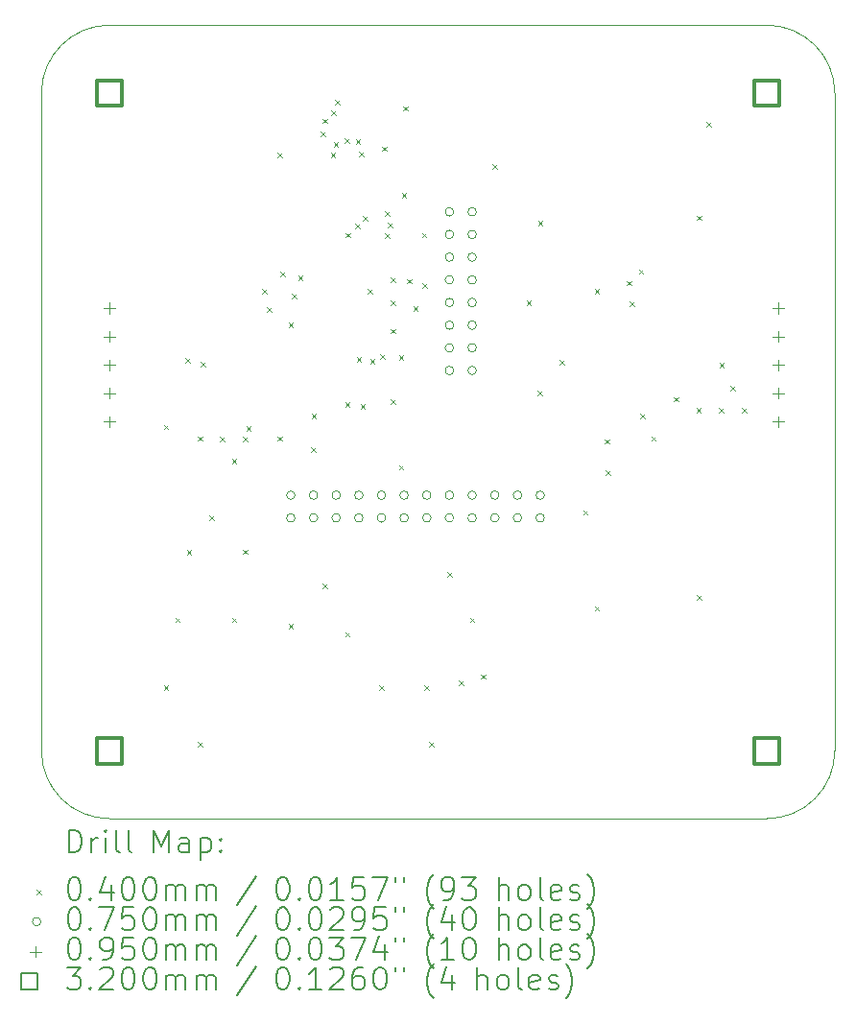
<source format=gbr>
%TF.GenerationSoftware,KiCad,Pcbnew,(7.0.0)*%
%TF.CreationDate,2024-02-13T04:28:20-03:00*%
%TF.ProjectId,pcb_peau_v1,7063625f-7065-4617-955f-76312e6b6963,rev?*%
%TF.SameCoordinates,Original*%
%TF.FileFunction,Drillmap*%
%TF.FilePolarity,Positive*%
%FSLAX45Y45*%
G04 Gerber Fmt 4.5, Leading zero omitted, Abs format (unit mm)*
G04 Created by KiCad (PCBNEW (7.0.0)) date 2024-02-13 04:28:20*
%MOMM*%
%LPD*%
G01*
G04 APERTURE LIST*
%ADD10C,0.100000*%
%ADD11C,0.200000*%
%ADD12C,0.040000*%
%ADD13C,0.075000*%
%ADD14C,0.095000*%
%ADD15C,0.320000*%
G04 APERTURE END LIST*
D10*
X17800000Y-4700000D02*
G75*
G03*
X17200000Y-5300000I0J-600000D01*
G01*
X17200000Y-11100000D02*
G75*
G03*
X17800000Y-11700000I600000J0D01*
G01*
X17800000Y-11700000D02*
X23600000Y-11700000D01*
X24200000Y-5300000D02*
X24200000Y-11100000D01*
X17200000Y-11100000D02*
X17200000Y-5300000D01*
X24200000Y-5300000D02*
G75*
G03*
X23600000Y-4700000I-600000J0D01*
G01*
X23600000Y-11700000D02*
G75*
G03*
X24200000Y-11100000I0J600000D01*
G01*
X17800000Y-4700000D02*
X23600000Y-4700000D01*
D11*
D12*
X18280000Y-8226250D02*
X18320000Y-8266250D01*
X18320000Y-8226250D02*
X18280000Y-8266250D01*
X18280000Y-10526250D02*
X18320000Y-10566250D01*
X18320000Y-10526250D02*
X18280000Y-10566250D01*
X18380000Y-9926250D02*
X18420000Y-9966250D01*
X18420000Y-9926250D02*
X18380000Y-9966250D01*
X18472438Y-7638758D02*
X18512438Y-7678758D01*
X18512438Y-7638758D02*
X18472438Y-7678758D01*
X18481230Y-9327480D02*
X18521230Y-9367480D01*
X18521230Y-9327480D02*
X18481230Y-9367480D01*
X18580000Y-8326250D02*
X18620000Y-8366250D01*
X18620000Y-8326250D02*
X18580000Y-8366250D01*
X18580000Y-11026250D02*
X18620000Y-11066250D01*
X18620000Y-11026250D02*
X18580000Y-11066250D01*
X18607390Y-7671250D02*
X18647390Y-7711250D01*
X18647390Y-7671250D02*
X18607390Y-7711250D01*
X18680000Y-9026250D02*
X18720000Y-9066250D01*
X18720000Y-9026250D02*
X18680000Y-9066250D01*
X18772033Y-8331540D02*
X18812033Y-8371540D01*
X18812033Y-8331540D02*
X18772033Y-8371540D01*
X18880000Y-8526250D02*
X18920000Y-8566250D01*
X18920000Y-8526250D02*
X18880000Y-8566250D01*
X18880000Y-9926250D02*
X18920000Y-9966250D01*
X18920000Y-9926250D02*
X18880000Y-9966250D01*
X18977547Y-8334091D02*
X19017547Y-8374091D01*
X19017547Y-8334091D02*
X18977547Y-8374091D01*
X18980000Y-9326250D02*
X19020000Y-9366250D01*
X19020000Y-9326250D02*
X18980000Y-9366250D01*
X19007390Y-8238700D02*
X19047390Y-8278700D01*
X19047390Y-8238700D02*
X19007390Y-8278700D01*
X19145100Y-7026250D02*
X19185100Y-7066250D01*
X19185100Y-7026250D02*
X19145100Y-7066250D01*
X19190100Y-7190999D02*
X19230100Y-7230999D01*
X19230100Y-7190999D02*
X19190100Y-7230999D01*
X19280000Y-5826250D02*
X19320000Y-5866250D01*
X19320000Y-5826250D02*
X19280000Y-5866250D01*
X19281780Y-8328030D02*
X19321780Y-8368030D01*
X19321780Y-8328030D02*
X19281780Y-8368030D01*
X19307550Y-6873549D02*
X19347550Y-6913549D01*
X19347550Y-6873549D02*
X19307550Y-6913549D01*
X19380000Y-7326250D02*
X19420000Y-7366250D01*
X19420000Y-7326250D02*
X19380000Y-7366250D01*
X19380000Y-9980000D02*
X19420000Y-10020000D01*
X19420000Y-9980000D02*
X19380000Y-10020000D01*
X19407390Y-7071250D02*
X19447390Y-7111250D01*
X19447390Y-7071250D02*
X19407390Y-7111250D01*
X19464965Y-6911215D02*
X19504965Y-6951215D01*
X19504965Y-6911215D02*
X19464965Y-6951215D01*
X19580000Y-8426250D02*
X19620000Y-8466250D01*
X19620000Y-8426250D02*
X19580000Y-8466250D01*
X19583010Y-8129260D02*
X19623010Y-8169260D01*
X19623010Y-8129260D02*
X19583010Y-8169260D01*
X19664948Y-5638843D02*
X19704948Y-5678843D01*
X19704948Y-5638843D02*
X19664948Y-5678843D01*
X19678215Y-5523942D02*
X19718215Y-5563942D01*
X19718215Y-5523942D02*
X19678215Y-5563942D01*
X19680000Y-9626250D02*
X19720000Y-9666250D01*
X19720000Y-9626250D02*
X19680000Y-9666250D01*
X19752340Y-5826250D02*
X19792340Y-5866250D01*
X19792340Y-5826250D02*
X19752340Y-5866250D01*
X19754758Y-5451492D02*
X19794758Y-5491492D01*
X19794758Y-5451492D02*
X19754758Y-5491492D01*
X19778834Y-5729875D02*
X19818834Y-5769875D01*
X19818834Y-5729875D02*
X19778834Y-5769875D01*
X19787643Y-5357106D02*
X19827643Y-5397106D01*
X19827643Y-5357106D02*
X19787643Y-5397106D01*
X19873798Y-5698700D02*
X19913798Y-5738700D01*
X19913798Y-5698700D02*
X19873798Y-5738700D01*
X19878770Y-8025020D02*
X19918770Y-8065020D01*
X19918770Y-8025020D02*
X19878770Y-8065020D01*
X19880000Y-10053800D02*
X19920000Y-10093800D01*
X19920000Y-10053800D02*
X19880000Y-10093800D01*
X19886634Y-6532884D02*
X19926634Y-6572884D01*
X19926634Y-6532884D02*
X19886634Y-6572884D01*
X19967068Y-6454225D02*
X20007068Y-6494225D01*
X20007068Y-6454225D02*
X19967068Y-6494225D01*
X19973433Y-5706636D02*
X20013433Y-5746636D01*
X20013433Y-5706636D02*
X19973433Y-5746636D01*
X19981230Y-7627480D02*
X20021230Y-7667480D01*
X20021230Y-7627480D02*
X19981230Y-7667480D01*
X20004727Y-5813921D02*
X20044727Y-5853921D01*
X20044727Y-5813921D02*
X20004727Y-5853921D01*
X20014410Y-8043130D02*
X20054410Y-8083130D01*
X20054410Y-8043130D02*
X20014410Y-8083130D01*
X20037744Y-6381775D02*
X20077744Y-6421775D01*
X20077744Y-6381775D02*
X20037744Y-6421775D01*
X20080000Y-7026250D02*
X20120000Y-7066250D01*
X20120000Y-7026250D02*
X20080000Y-7066250D01*
X20099245Y-7645494D02*
X20139245Y-7685494D01*
X20139245Y-7645494D02*
X20099245Y-7685494D01*
X20180000Y-10526250D02*
X20220000Y-10566250D01*
X20220000Y-10526250D02*
X20180000Y-10566250D01*
X20190241Y-7604146D02*
X20230241Y-7644146D01*
X20230241Y-7604146D02*
X20190241Y-7644146D01*
X20207390Y-5771250D02*
X20247390Y-5811250D01*
X20247390Y-5771250D02*
X20207390Y-5811250D01*
X20227694Y-6343280D02*
X20267694Y-6383280D01*
X20267694Y-6343280D02*
X20227694Y-6383280D01*
X20227694Y-6538800D02*
X20267694Y-6578800D01*
X20267694Y-6538800D02*
X20227694Y-6578800D01*
X20257548Y-6443413D02*
X20297548Y-6483413D01*
X20297548Y-6443413D02*
X20257548Y-6483413D01*
X20280000Y-6926250D02*
X20320000Y-6966250D01*
X20320000Y-6926250D02*
X20280000Y-6966250D01*
X20280000Y-7126250D02*
X20320000Y-7166250D01*
X20320000Y-7126250D02*
X20280000Y-7166250D01*
X20280000Y-7380000D02*
X20320000Y-7420000D01*
X20320000Y-7380000D02*
X20280000Y-7420000D01*
X20280000Y-7998700D02*
X20320000Y-8038700D01*
X20320000Y-7998700D02*
X20280000Y-8038700D01*
X20352550Y-7608800D02*
X20392550Y-7648800D01*
X20392550Y-7608800D02*
X20352550Y-7648800D01*
X20352550Y-8580000D02*
X20392550Y-8620000D01*
X20392550Y-8580000D02*
X20352550Y-8620000D01*
X20378770Y-6178770D02*
X20418770Y-6218770D01*
X20418770Y-6178770D02*
X20378770Y-6218770D01*
X20391100Y-5415150D02*
X20431100Y-5455150D01*
X20431100Y-5415150D02*
X20391100Y-5455150D01*
X20425624Y-6939604D02*
X20465624Y-6979604D01*
X20465624Y-6939604D02*
X20425624Y-6979604D01*
X20480000Y-7180000D02*
X20520000Y-7220000D01*
X20520000Y-7180000D02*
X20480000Y-7220000D01*
X20556406Y-6532394D02*
X20596406Y-6572394D01*
X20596406Y-6532394D02*
X20556406Y-6572394D01*
X20562550Y-6979604D02*
X20602550Y-7019604D01*
X20602550Y-6979604D02*
X20562550Y-7019604D01*
X20580000Y-10526250D02*
X20620000Y-10566250D01*
X20620000Y-10526250D02*
X20580000Y-10566250D01*
X20620000Y-11026250D02*
X20660000Y-11066250D01*
X20660000Y-11026250D02*
X20620000Y-11066250D01*
X20780000Y-9526250D02*
X20820000Y-9566250D01*
X20820000Y-9526250D02*
X20780000Y-9566250D01*
X20880000Y-10480000D02*
X20920000Y-10520000D01*
X20920000Y-10480000D02*
X20880000Y-10520000D01*
X20980000Y-9926250D02*
X21020000Y-9966250D01*
X21020000Y-9926250D02*
X20980000Y-9966250D01*
X21080000Y-10426250D02*
X21120000Y-10466250D01*
X21120000Y-10426250D02*
X21080000Y-10466250D01*
X21180000Y-5926250D02*
X21220000Y-5966250D01*
X21220000Y-5926250D02*
X21180000Y-5966250D01*
X21480000Y-7126250D02*
X21520000Y-7166250D01*
X21520000Y-7126250D02*
X21480000Y-7166250D01*
X21580000Y-7926250D02*
X21620000Y-7966250D01*
X21620000Y-7926250D02*
X21580000Y-7966250D01*
X21581230Y-6427480D02*
X21621230Y-6467480D01*
X21621230Y-6427480D02*
X21581230Y-6467480D01*
X21769081Y-7653631D02*
X21809081Y-7693631D01*
X21809081Y-7653631D02*
X21769081Y-7693631D01*
X21980000Y-8980000D02*
X22020000Y-9020000D01*
X22020000Y-8980000D02*
X21980000Y-9020000D01*
X22080000Y-7026250D02*
X22120000Y-7066250D01*
X22120000Y-7026250D02*
X22080000Y-7066250D01*
X22080000Y-9826250D02*
X22120000Y-9866250D01*
X22120000Y-9826250D02*
X22080000Y-9866250D01*
X22169081Y-8353631D02*
X22209081Y-8393631D01*
X22209081Y-8353631D02*
X22169081Y-8393631D01*
X22180000Y-8626250D02*
X22220000Y-8666250D01*
X22220000Y-8626250D02*
X22180000Y-8666250D01*
X22365356Y-6954896D02*
X22405356Y-6994896D01*
X22405356Y-6954896D02*
X22365356Y-6994896D01*
X22389461Y-7135711D02*
X22429461Y-7175711D01*
X22429461Y-7135711D02*
X22389461Y-7175711D01*
X22469081Y-6853631D02*
X22509081Y-6893631D01*
X22509081Y-6853631D02*
X22469081Y-6893631D01*
X22480380Y-8126630D02*
X22520380Y-8166630D01*
X22520380Y-8126630D02*
X22480380Y-8166630D01*
X22580000Y-8326250D02*
X22620000Y-8366250D01*
X22620000Y-8326250D02*
X22580000Y-8366250D01*
X22780000Y-7980000D02*
X22820000Y-8020000D01*
X22820000Y-7980000D02*
X22780000Y-8020000D01*
X22978770Y-8078770D02*
X23018770Y-8118770D01*
X23018770Y-8078770D02*
X22978770Y-8118770D01*
X22980000Y-6380000D02*
X23020000Y-6420000D01*
X23020000Y-6380000D02*
X22980000Y-6420000D01*
X22980000Y-9726250D02*
X23020000Y-9766250D01*
X23020000Y-9726250D02*
X22980000Y-9766250D01*
X23069081Y-5553631D02*
X23109081Y-5593631D01*
X23109081Y-5553631D02*
X23069081Y-5593631D01*
X23180000Y-8080000D02*
X23220000Y-8120000D01*
X23220000Y-8080000D02*
X23180000Y-8120000D01*
X23181230Y-7678770D02*
X23221230Y-7718770D01*
X23221230Y-7678770D02*
X23181230Y-7718770D01*
X23280000Y-7880000D02*
X23320000Y-7920000D01*
X23320000Y-7880000D02*
X23280000Y-7920000D01*
X23380000Y-8080000D02*
X23420000Y-8120000D01*
X23420000Y-8080000D02*
X23380000Y-8120000D01*
D13*
X19437500Y-8846250D02*
G75*
G03*
X19437500Y-8846250I-37500J0D01*
G01*
X19437500Y-9046250D02*
G75*
G03*
X19437500Y-9046250I-37500J0D01*
G01*
X19637500Y-8846250D02*
G75*
G03*
X19637500Y-8846250I-37500J0D01*
G01*
X19637500Y-9046250D02*
G75*
G03*
X19637500Y-9046250I-37500J0D01*
G01*
X19837500Y-8846250D02*
G75*
G03*
X19837500Y-8846250I-37500J0D01*
G01*
X19837500Y-9046250D02*
G75*
G03*
X19837500Y-9046250I-37500J0D01*
G01*
X20037500Y-8846250D02*
G75*
G03*
X20037500Y-8846250I-37500J0D01*
G01*
X20037500Y-9046250D02*
G75*
G03*
X20037500Y-9046250I-37500J0D01*
G01*
X20237500Y-8846250D02*
G75*
G03*
X20237500Y-8846250I-37500J0D01*
G01*
X20237500Y-9046250D02*
G75*
G03*
X20237500Y-9046250I-37500J0D01*
G01*
X20437500Y-8846250D02*
G75*
G03*
X20437500Y-8846250I-37500J0D01*
G01*
X20437500Y-9046250D02*
G75*
G03*
X20437500Y-9046250I-37500J0D01*
G01*
X20637500Y-8846250D02*
G75*
G03*
X20637500Y-8846250I-37500J0D01*
G01*
X20637500Y-9046250D02*
G75*
G03*
X20637500Y-9046250I-37500J0D01*
G01*
X20837500Y-6346250D02*
G75*
G03*
X20837500Y-6346250I-37500J0D01*
G01*
X20837500Y-6546250D02*
G75*
G03*
X20837500Y-6546250I-37500J0D01*
G01*
X20837500Y-6746250D02*
G75*
G03*
X20837500Y-6746250I-37500J0D01*
G01*
X20837500Y-6946250D02*
G75*
G03*
X20837500Y-6946250I-37500J0D01*
G01*
X20837500Y-7146250D02*
G75*
G03*
X20837500Y-7146250I-37500J0D01*
G01*
X20837500Y-7346250D02*
G75*
G03*
X20837500Y-7346250I-37500J0D01*
G01*
X20837500Y-7546250D02*
G75*
G03*
X20837500Y-7546250I-37500J0D01*
G01*
X20837500Y-7746250D02*
G75*
G03*
X20837500Y-7746250I-37500J0D01*
G01*
X20837500Y-8846250D02*
G75*
G03*
X20837500Y-8846250I-37500J0D01*
G01*
X20837500Y-9046250D02*
G75*
G03*
X20837500Y-9046250I-37500J0D01*
G01*
X21037500Y-6346250D02*
G75*
G03*
X21037500Y-6346250I-37500J0D01*
G01*
X21037500Y-6546250D02*
G75*
G03*
X21037500Y-6546250I-37500J0D01*
G01*
X21037500Y-6746250D02*
G75*
G03*
X21037500Y-6746250I-37500J0D01*
G01*
X21037500Y-6946250D02*
G75*
G03*
X21037500Y-6946250I-37500J0D01*
G01*
X21037500Y-7146250D02*
G75*
G03*
X21037500Y-7146250I-37500J0D01*
G01*
X21037500Y-7346250D02*
G75*
G03*
X21037500Y-7346250I-37500J0D01*
G01*
X21037500Y-7546250D02*
G75*
G03*
X21037500Y-7546250I-37500J0D01*
G01*
X21037500Y-7746250D02*
G75*
G03*
X21037500Y-7746250I-37500J0D01*
G01*
X21037500Y-8846250D02*
G75*
G03*
X21037500Y-8846250I-37500J0D01*
G01*
X21037500Y-9046250D02*
G75*
G03*
X21037500Y-9046250I-37500J0D01*
G01*
X21237500Y-8846250D02*
G75*
G03*
X21237500Y-8846250I-37500J0D01*
G01*
X21237500Y-9046250D02*
G75*
G03*
X21237500Y-9046250I-37500J0D01*
G01*
X21437500Y-8846250D02*
G75*
G03*
X21437500Y-8846250I-37500J0D01*
G01*
X21437500Y-9046250D02*
G75*
G03*
X21437500Y-9046250I-37500J0D01*
G01*
X21637500Y-8846250D02*
G75*
G03*
X21637500Y-8846250I-37500J0D01*
G01*
X21637500Y-9046250D02*
G75*
G03*
X21637500Y-9046250I-37500J0D01*
G01*
D14*
X17800000Y-7148750D02*
X17800000Y-7243750D01*
X17752500Y-7196250D02*
X17847500Y-7196250D01*
X17800000Y-7398750D02*
X17800000Y-7493750D01*
X17752500Y-7446250D02*
X17847500Y-7446250D01*
X17800000Y-7648750D02*
X17800000Y-7743750D01*
X17752500Y-7696250D02*
X17847500Y-7696250D01*
X17800000Y-7898750D02*
X17800000Y-7993750D01*
X17752500Y-7946250D02*
X17847500Y-7946250D01*
X17800000Y-8148750D02*
X17800000Y-8243750D01*
X17752500Y-8196250D02*
X17847500Y-8196250D01*
X23700000Y-7148750D02*
X23700000Y-7243750D01*
X23652500Y-7196250D02*
X23747500Y-7196250D01*
X23700000Y-7398750D02*
X23700000Y-7493750D01*
X23652500Y-7446250D02*
X23747500Y-7446250D01*
X23700000Y-7648750D02*
X23700000Y-7743750D01*
X23652500Y-7696250D02*
X23747500Y-7696250D01*
X23700000Y-7898750D02*
X23700000Y-7993750D01*
X23652500Y-7946250D02*
X23747500Y-7946250D01*
X23700000Y-8148750D02*
X23700000Y-8243750D01*
X23652500Y-8196250D02*
X23747500Y-8196250D01*
D15*
X17913138Y-5413138D02*
X17913138Y-5186862D01*
X17686862Y-5186862D01*
X17686862Y-5413138D01*
X17913138Y-5413138D01*
X17913138Y-11213138D02*
X17913138Y-10986862D01*
X17686862Y-10986862D01*
X17686862Y-11213138D01*
X17913138Y-11213138D01*
X23713138Y-5413138D02*
X23713138Y-5186862D01*
X23486862Y-5186862D01*
X23486862Y-5413138D01*
X23713138Y-5413138D01*
X23713138Y-11213138D02*
X23713138Y-10986862D01*
X23486862Y-10986862D01*
X23486862Y-11213138D01*
X23713138Y-11213138D01*
D11*
X17442619Y-11998476D02*
X17442619Y-11798476D01*
X17442619Y-11798476D02*
X17490238Y-11798476D01*
X17490238Y-11798476D02*
X17518810Y-11808000D01*
X17518810Y-11808000D02*
X17537857Y-11827048D01*
X17537857Y-11827048D02*
X17547381Y-11846095D01*
X17547381Y-11846095D02*
X17556905Y-11884190D01*
X17556905Y-11884190D02*
X17556905Y-11912762D01*
X17556905Y-11912762D02*
X17547381Y-11950857D01*
X17547381Y-11950857D02*
X17537857Y-11969905D01*
X17537857Y-11969905D02*
X17518810Y-11988952D01*
X17518810Y-11988952D02*
X17490238Y-11998476D01*
X17490238Y-11998476D02*
X17442619Y-11998476D01*
X17642619Y-11998476D02*
X17642619Y-11865143D01*
X17642619Y-11903238D02*
X17652143Y-11884190D01*
X17652143Y-11884190D02*
X17661667Y-11874667D01*
X17661667Y-11874667D02*
X17680714Y-11865143D01*
X17680714Y-11865143D02*
X17699762Y-11865143D01*
X17766429Y-11998476D02*
X17766429Y-11865143D01*
X17766429Y-11798476D02*
X17756905Y-11808000D01*
X17756905Y-11808000D02*
X17766429Y-11817524D01*
X17766429Y-11817524D02*
X17775952Y-11808000D01*
X17775952Y-11808000D02*
X17766429Y-11798476D01*
X17766429Y-11798476D02*
X17766429Y-11817524D01*
X17890238Y-11998476D02*
X17871190Y-11988952D01*
X17871190Y-11988952D02*
X17861667Y-11969905D01*
X17861667Y-11969905D02*
X17861667Y-11798476D01*
X17995000Y-11998476D02*
X17975952Y-11988952D01*
X17975952Y-11988952D02*
X17966429Y-11969905D01*
X17966429Y-11969905D02*
X17966429Y-11798476D01*
X18191190Y-11998476D02*
X18191190Y-11798476D01*
X18191190Y-11798476D02*
X18257857Y-11941333D01*
X18257857Y-11941333D02*
X18324524Y-11798476D01*
X18324524Y-11798476D02*
X18324524Y-11998476D01*
X18505476Y-11998476D02*
X18505476Y-11893714D01*
X18505476Y-11893714D02*
X18495952Y-11874667D01*
X18495952Y-11874667D02*
X18476905Y-11865143D01*
X18476905Y-11865143D02*
X18438809Y-11865143D01*
X18438809Y-11865143D02*
X18419762Y-11874667D01*
X18505476Y-11988952D02*
X18486429Y-11998476D01*
X18486429Y-11998476D02*
X18438809Y-11998476D01*
X18438809Y-11998476D02*
X18419762Y-11988952D01*
X18419762Y-11988952D02*
X18410238Y-11969905D01*
X18410238Y-11969905D02*
X18410238Y-11950857D01*
X18410238Y-11950857D02*
X18419762Y-11931809D01*
X18419762Y-11931809D02*
X18438809Y-11922286D01*
X18438809Y-11922286D02*
X18486429Y-11922286D01*
X18486429Y-11922286D02*
X18505476Y-11912762D01*
X18600714Y-11865143D02*
X18600714Y-12065143D01*
X18600714Y-11874667D02*
X18619762Y-11865143D01*
X18619762Y-11865143D02*
X18657857Y-11865143D01*
X18657857Y-11865143D02*
X18676905Y-11874667D01*
X18676905Y-11874667D02*
X18686429Y-11884190D01*
X18686429Y-11884190D02*
X18695952Y-11903238D01*
X18695952Y-11903238D02*
X18695952Y-11960381D01*
X18695952Y-11960381D02*
X18686429Y-11979428D01*
X18686429Y-11979428D02*
X18676905Y-11988952D01*
X18676905Y-11988952D02*
X18657857Y-11998476D01*
X18657857Y-11998476D02*
X18619762Y-11998476D01*
X18619762Y-11998476D02*
X18600714Y-11988952D01*
X18781667Y-11979428D02*
X18791190Y-11988952D01*
X18791190Y-11988952D02*
X18781667Y-11998476D01*
X18781667Y-11998476D02*
X18772143Y-11988952D01*
X18772143Y-11988952D02*
X18781667Y-11979428D01*
X18781667Y-11979428D02*
X18781667Y-11998476D01*
X18781667Y-11874667D02*
X18791190Y-11884190D01*
X18791190Y-11884190D02*
X18781667Y-11893714D01*
X18781667Y-11893714D02*
X18772143Y-11884190D01*
X18772143Y-11884190D02*
X18781667Y-11874667D01*
X18781667Y-11874667D02*
X18781667Y-11893714D01*
D12*
X17155000Y-12325000D02*
X17195000Y-12365000D01*
X17195000Y-12325000D02*
X17155000Y-12365000D01*
D11*
X17480714Y-12218476D02*
X17499762Y-12218476D01*
X17499762Y-12218476D02*
X17518810Y-12228000D01*
X17518810Y-12228000D02*
X17528333Y-12237524D01*
X17528333Y-12237524D02*
X17537857Y-12256571D01*
X17537857Y-12256571D02*
X17547381Y-12294667D01*
X17547381Y-12294667D02*
X17547381Y-12342286D01*
X17547381Y-12342286D02*
X17537857Y-12380381D01*
X17537857Y-12380381D02*
X17528333Y-12399428D01*
X17528333Y-12399428D02*
X17518810Y-12408952D01*
X17518810Y-12408952D02*
X17499762Y-12418476D01*
X17499762Y-12418476D02*
X17480714Y-12418476D01*
X17480714Y-12418476D02*
X17461667Y-12408952D01*
X17461667Y-12408952D02*
X17452143Y-12399428D01*
X17452143Y-12399428D02*
X17442619Y-12380381D01*
X17442619Y-12380381D02*
X17433095Y-12342286D01*
X17433095Y-12342286D02*
X17433095Y-12294667D01*
X17433095Y-12294667D02*
X17442619Y-12256571D01*
X17442619Y-12256571D02*
X17452143Y-12237524D01*
X17452143Y-12237524D02*
X17461667Y-12228000D01*
X17461667Y-12228000D02*
X17480714Y-12218476D01*
X17633095Y-12399428D02*
X17642619Y-12408952D01*
X17642619Y-12408952D02*
X17633095Y-12418476D01*
X17633095Y-12418476D02*
X17623571Y-12408952D01*
X17623571Y-12408952D02*
X17633095Y-12399428D01*
X17633095Y-12399428D02*
X17633095Y-12418476D01*
X17814048Y-12285143D02*
X17814048Y-12418476D01*
X17766429Y-12208952D02*
X17718810Y-12351809D01*
X17718810Y-12351809D02*
X17842619Y-12351809D01*
X17956905Y-12218476D02*
X17975952Y-12218476D01*
X17975952Y-12218476D02*
X17995000Y-12228000D01*
X17995000Y-12228000D02*
X18004524Y-12237524D01*
X18004524Y-12237524D02*
X18014048Y-12256571D01*
X18014048Y-12256571D02*
X18023571Y-12294667D01*
X18023571Y-12294667D02*
X18023571Y-12342286D01*
X18023571Y-12342286D02*
X18014048Y-12380381D01*
X18014048Y-12380381D02*
X18004524Y-12399428D01*
X18004524Y-12399428D02*
X17995000Y-12408952D01*
X17995000Y-12408952D02*
X17975952Y-12418476D01*
X17975952Y-12418476D02*
X17956905Y-12418476D01*
X17956905Y-12418476D02*
X17937857Y-12408952D01*
X17937857Y-12408952D02*
X17928333Y-12399428D01*
X17928333Y-12399428D02*
X17918810Y-12380381D01*
X17918810Y-12380381D02*
X17909286Y-12342286D01*
X17909286Y-12342286D02*
X17909286Y-12294667D01*
X17909286Y-12294667D02*
X17918810Y-12256571D01*
X17918810Y-12256571D02*
X17928333Y-12237524D01*
X17928333Y-12237524D02*
X17937857Y-12228000D01*
X17937857Y-12228000D02*
X17956905Y-12218476D01*
X18147381Y-12218476D02*
X18166429Y-12218476D01*
X18166429Y-12218476D02*
X18185476Y-12228000D01*
X18185476Y-12228000D02*
X18195000Y-12237524D01*
X18195000Y-12237524D02*
X18204524Y-12256571D01*
X18204524Y-12256571D02*
X18214048Y-12294667D01*
X18214048Y-12294667D02*
X18214048Y-12342286D01*
X18214048Y-12342286D02*
X18204524Y-12380381D01*
X18204524Y-12380381D02*
X18195000Y-12399428D01*
X18195000Y-12399428D02*
X18185476Y-12408952D01*
X18185476Y-12408952D02*
X18166429Y-12418476D01*
X18166429Y-12418476D02*
X18147381Y-12418476D01*
X18147381Y-12418476D02*
X18128333Y-12408952D01*
X18128333Y-12408952D02*
X18118810Y-12399428D01*
X18118810Y-12399428D02*
X18109286Y-12380381D01*
X18109286Y-12380381D02*
X18099762Y-12342286D01*
X18099762Y-12342286D02*
X18099762Y-12294667D01*
X18099762Y-12294667D02*
X18109286Y-12256571D01*
X18109286Y-12256571D02*
X18118810Y-12237524D01*
X18118810Y-12237524D02*
X18128333Y-12228000D01*
X18128333Y-12228000D02*
X18147381Y-12218476D01*
X18299762Y-12418476D02*
X18299762Y-12285143D01*
X18299762Y-12304190D02*
X18309286Y-12294667D01*
X18309286Y-12294667D02*
X18328333Y-12285143D01*
X18328333Y-12285143D02*
X18356905Y-12285143D01*
X18356905Y-12285143D02*
X18375952Y-12294667D01*
X18375952Y-12294667D02*
X18385476Y-12313714D01*
X18385476Y-12313714D02*
X18385476Y-12418476D01*
X18385476Y-12313714D02*
X18395000Y-12294667D01*
X18395000Y-12294667D02*
X18414048Y-12285143D01*
X18414048Y-12285143D02*
X18442619Y-12285143D01*
X18442619Y-12285143D02*
X18461667Y-12294667D01*
X18461667Y-12294667D02*
X18471191Y-12313714D01*
X18471191Y-12313714D02*
X18471191Y-12418476D01*
X18566429Y-12418476D02*
X18566429Y-12285143D01*
X18566429Y-12304190D02*
X18575952Y-12294667D01*
X18575952Y-12294667D02*
X18595000Y-12285143D01*
X18595000Y-12285143D02*
X18623572Y-12285143D01*
X18623572Y-12285143D02*
X18642619Y-12294667D01*
X18642619Y-12294667D02*
X18652143Y-12313714D01*
X18652143Y-12313714D02*
X18652143Y-12418476D01*
X18652143Y-12313714D02*
X18661667Y-12294667D01*
X18661667Y-12294667D02*
X18680714Y-12285143D01*
X18680714Y-12285143D02*
X18709286Y-12285143D01*
X18709286Y-12285143D02*
X18728333Y-12294667D01*
X18728333Y-12294667D02*
X18737857Y-12313714D01*
X18737857Y-12313714D02*
X18737857Y-12418476D01*
X19095952Y-12208952D02*
X18924524Y-12466095D01*
X19320714Y-12218476D02*
X19339762Y-12218476D01*
X19339762Y-12218476D02*
X19358810Y-12228000D01*
X19358810Y-12228000D02*
X19368333Y-12237524D01*
X19368333Y-12237524D02*
X19377857Y-12256571D01*
X19377857Y-12256571D02*
X19387381Y-12294667D01*
X19387381Y-12294667D02*
X19387381Y-12342286D01*
X19387381Y-12342286D02*
X19377857Y-12380381D01*
X19377857Y-12380381D02*
X19368333Y-12399428D01*
X19368333Y-12399428D02*
X19358810Y-12408952D01*
X19358810Y-12408952D02*
X19339762Y-12418476D01*
X19339762Y-12418476D02*
X19320714Y-12418476D01*
X19320714Y-12418476D02*
X19301667Y-12408952D01*
X19301667Y-12408952D02*
X19292143Y-12399428D01*
X19292143Y-12399428D02*
X19282619Y-12380381D01*
X19282619Y-12380381D02*
X19273095Y-12342286D01*
X19273095Y-12342286D02*
X19273095Y-12294667D01*
X19273095Y-12294667D02*
X19282619Y-12256571D01*
X19282619Y-12256571D02*
X19292143Y-12237524D01*
X19292143Y-12237524D02*
X19301667Y-12228000D01*
X19301667Y-12228000D02*
X19320714Y-12218476D01*
X19473095Y-12399428D02*
X19482619Y-12408952D01*
X19482619Y-12408952D02*
X19473095Y-12418476D01*
X19473095Y-12418476D02*
X19463572Y-12408952D01*
X19463572Y-12408952D02*
X19473095Y-12399428D01*
X19473095Y-12399428D02*
X19473095Y-12418476D01*
X19606429Y-12218476D02*
X19625476Y-12218476D01*
X19625476Y-12218476D02*
X19644524Y-12228000D01*
X19644524Y-12228000D02*
X19654048Y-12237524D01*
X19654048Y-12237524D02*
X19663572Y-12256571D01*
X19663572Y-12256571D02*
X19673095Y-12294667D01*
X19673095Y-12294667D02*
X19673095Y-12342286D01*
X19673095Y-12342286D02*
X19663572Y-12380381D01*
X19663572Y-12380381D02*
X19654048Y-12399428D01*
X19654048Y-12399428D02*
X19644524Y-12408952D01*
X19644524Y-12408952D02*
X19625476Y-12418476D01*
X19625476Y-12418476D02*
X19606429Y-12418476D01*
X19606429Y-12418476D02*
X19587381Y-12408952D01*
X19587381Y-12408952D02*
X19577857Y-12399428D01*
X19577857Y-12399428D02*
X19568333Y-12380381D01*
X19568333Y-12380381D02*
X19558810Y-12342286D01*
X19558810Y-12342286D02*
X19558810Y-12294667D01*
X19558810Y-12294667D02*
X19568333Y-12256571D01*
X19568333Y-12256571D02*
X19577857Y-12237524D01*
X19577857Y-12237524D02*
X19587381Y-12228000D01*
X19587381Y-12228000D02*
X19606429Y-12218476D01*
X19863572Y-12418476D02*
X19749286Y-12418476D01*
X19806429Y-12418476D02*
X19806429Y-12218476D01*
X19806429Y-12218476D02*
X19787381Y-12247048D01*
X19787381Y-12247048D02*
X19768333Y-12266095D01*
X19768333Y-12266095D02*
X19749286Y-12275619D01*
X20044524Y-12218476D02*
X19949286Y-12218476D01*
X19949286Y-12218476D02*
X19939762Y-12313714D01*
X19939762Y-12313714D02*
X19949286Y-12304190D01*
X19949286Y-12304190D02*
X19968333Y-12294667D01*
X19968333Y-12294667D02*
X20015953Y-12294667D01*
X20015953Y-12294667D02*
X20035000Y-12304190D01*
X20035000Y-12304190D02*
X20044524Y-12313714D01*
X20044524Y-12313714D02*
X20054048Y-12332762D01*
X20054048Y-12332762D02*
X20054048Y-12380381D01*
X20054048Y-12380381D02*
X20044524Y-12399428D01*
X20044524Y-12399428D02*
X20035000Y-12408952D01*
X20035000Y-12408952D02*
X20015953Y-12418476D01*
X20015953Y-12418476D02*
X19968333Y-12418476D01*
X19968333Y-12418476D02*
X19949286Y-12408952D01*
X19949286Y-12408952D02*
X19939762Y-12399428D01*
X20120714Y-12218476D02*
X20254048Y-12218476D01*
X20254048Y-12218476D02*
X20168333Y-12418476D01*
X20320714Y-12218476D02*
X20320714Y-12256571D01*
X20396905Y-12218476D02*
X20396905Y-12256571D01*
X20659762Y-12494667D02*
X20650238Y-12485143D01*
X20650238Y-12485143D02*
X20631191Y-12456571D01*
X20631191Y-12456571D02*
X20621667Y-12437524D01*
X20621667Y-12437524D02*
X20612143Y-12408952D01*
X20612143Y-12408952D02*
X20602619Y-12361333D01*
X20602619Y-12361333D02*
X20602619Y-12323238D01*
X20602619Y-12323238D02*
X20612143Y-12275619D01*
X20612143Y-12275619D02*
X20621667Y-12247048D01*
X20621667Y-12247048D02*
X20631191Y-12228000D01*
X20631191Y-12228000D02*
X20650238Y-12199428D01*
X20650238Y-12199428D02*
X20659762Y-12189905D01*
X20745476Y-12418476D02*
X20783572Y-12418476D01*
X20783572Y-12418476D02*
X20802619Y-12408952D01*
X20802619Y-12408952D02*
X20812143Y-12399428D01*
X20812143Y-12399428D02*
X20831191Y-12370857D01*
X20831191Y-12370857D02*
X20840714Y-12332762D01*
X20840714Y-12332762D02*
X20840714Y-12256571D01*
X20840714Y-12256571D02*
X20831191Y-12237524D01*
X20831191Y-12237524D02*
X20821667Y-12228000D01*
X20821667Y-12228000D02*
X20802619Y-12218476D01*
X20802619Y-12218476D02*
X20764524Y-12218476D01*
X20764524Y-12218476D02*
X20745476Y-12228000D01*
X20745476Y-12228000D02*
X20735953Y-12237524D01*
X20735953Y-12237524D02*
X20726429Y-12256571D01*
X20726429Y-12256571D02*
X20726429Y-12304190D01*
X20726429Y-12304190D02*
X20735953Y-12323238D01*
X20735953Y-12323238D02*
X20745476Y-12332762D01*
X20745476Y-12332762D02*
X20764524Y-12342286D01*
X20764524Y-12342286D02*
X20802619Y-12342286D01*
X20802619Y-12342286D02*
X20821667Y-12332762D01*
X20821667Y-12332762D02*
X20831191Y-12323238D01*
X20831191Y-12323238D02*
X20840714Y-12304190D01*
X20907381Y-12218476D02*
X21031191Y-12218476D01*
X21031191Y-12218476D02*
X20964524Y-12294667D01*
X20964524Y-12294667D02*
X20993095Y-12294667D01*
X20993095Y-12294667D02*
X21012143Y-12304190D01*
X21012143Y-12304190D02*
X21021667Y-12313714D01*
X21021667Y-12313714D02*
X21031191Y-12332762D01*
X21031191Y-12332762D02*
X21031191Y-12380381D01*
X21031191Y-12380381D02*
X21021667Y-12399428D01*
X21021667Y-12399428D02*
X21012143Y-12408952D01*
X21012143Y-12408952D02*
X20993095Y-12418476D01*
X20993095Y-12418476D02*
X20935953Y-12418476D01*
X20935953Y-12418476D02*
X20916905Y-12408952D01*
X20916905Y-12408952D02*
X20907381Y-12399428D01*
X21236905Y-12418476D02*
X21236905Y-12218476D01*
X21322619Y-12418476D02*
X21322619Y-12313714D01*
X21322619Y-12313714D02*
X21313095Y-12294667D01*
X21313095Y-12294667D02*
X21294048Y-12285143D01*
X21294048Y-12285143D02*
X21265476Y-12285143D01*
X21265476Y-12285143D02*
X21246429Y-12294667D01*
X21246429Y-12294667D02*
X21236905Y-12304190D01*
X21446429Y-12418476D02*
X21427381Y-12408952D01*
X21427381Y-12408952D02*
X21417857Y-12399428D01*
X21417857Y-12399428D02*
X21408334Y-12380381D01*
X21408334Y-12380381D02*
X21408334Y-12323238D01*
X21408334Y-12323238D02*
X21417857Y-12304190D01*
X21417857Y-12304190D02*
X21427381Y-12294667D01*
X21427381Y-12294667D02*
X21446429Y-12285143D01*
X21446429Y-12285143D02*
X21475000Y-12285143D01*
X21475000Y-12285143D02*
X21494048Y-12294667D01*
X21494048Y-12294667D02*
X21503572Y-12304190D01*
X21503572Y-12304190D02*
X21513095Y-12323238D01*
X21513095Y-12323238D02*
X21513095Y-12380381D01*
X21513095Y-12380381D02*
X21503572Y-12399428D01*
X21503572Y-12399428D02*
X21494048Y-12408952D01*
X21494048Y-12408952D02*
X21475000Y-12418476D01*
X21475000Y-12418476D02*
X21446429Y-12418476D01*
X21627381Y-12418476D02*
X21608334Y-12408952D01*
X21608334Y-12408952D02*
X21598810Y-12389905D01*
X21598810Y-12389905D02*
X21598810Y-12218476D01*
X21779762Y-12408952D02*
X21760715Y-12418476D01*
X21760715Y-12418476D02*
X21722619Y-12418476D01*
X21722619Y-12418476D02*
X21703572Y-12408952D01*
X21703572Y-12408952D02*
X21694048Y-12389905D01*
X21694048Y-12389905D02*
X21694048Y-12313714D01*
X21694048Y-12313714D02*
X21703572Y-12294667D01*
X21703572Y-12294667D02*
X21722619Y-12285143D01*
X21722619Y-12285143D02*
X21760715Y-12285143D01*
X21760715Y-12285143D02*
X21779762Y-12294667D01*
X21779762Y-12294667D02*
X21789286Y-12313714D01*
X21789286Y-12313714D02*
X21789286Y-12332762D01*
X21789286Y-12332762D02*
X21694048Y-12351809D01*
X21865476Y-12408952D02*
X21884524Y-12418476D01*
X21884524Y-12418476D02*
X21922619Y-12418476D01*
X21922619Y-12418476D02*
X21941667Y-12408952D01*
X21941667Y-12408952D02*
X21951191Y-12389905D01*
X21951191Y-12389905D02*
X21951191Y-12380381D01*
X21951191Y-12380381D02*
X21941667Y-12361333D01*
X21941667Y-12361333D02*
X21922619Y-12351809D01*
X21922619Y-12351809D02*
X21894048Y-12351809D01*
X21894048Y-12351809D02*
X21875000Y-12342286D01*
X21875000Y-12342286D02*
X21865476Y-12323238D01*
X21865476Y-12323238D02*
X21865476Y-12313714D01*
X21865476Y-12313714D02*
X21875000Y-12294667D01*
X21875000Y-12294667D02*
X21894048Y-12285143D01*
X21894048Y-12285143D02*
X21922619Y-12285143D01*
X21922619Y-12285143D02*
X21941667Y-12294667D01*
X22017857Y-12494667D02*
X22027381Y-12485143D01*
X22027381Y-12485143D02*
X22046429Y-12456571D01*
X22046429Y-12456571D02*
X22055953Y-12437524D01*
X22055953Y-12437524D02*
X22065476Y-12408952D01*
X22065476Y-12408952D02*
X22075000Y-12361333D01*
X22075000Y-12361333D02*
X22075000Y-12323238D01*
X22075000Y-12323238D02*
X22065476Y-12275619D01*
X22065476Y-12275619D02*
X22055953Y-12247048D01*
X22055953Y-12247048D02*
X22046429Y-12228000D01*
X22046429Y-12228000D02*
X22027381Y-12199428D01*
X22027381Y-12199428D02*
X22017857Y-12189905D01*
D13*
X17195000Y-12609000D02*
G75*
G03*
X17195000Y-12609000I-37500J0D01*
G01*
D11*
X17480714Y-12482476D02*
X17499762Y-12482476D01*
X17499762Y-12482476D02*
X17518810Y-12492000D01*
X17518810Y-12492000D02*
X17528333Y-12501524D01*
X17528333Y-12501524D02*
X17537857Y-12520571D01*
X17537857Y-12520571D02*
X17547381Y-12558667D01*
X17547381Y-12558667D02*
X17547381Y-12606286D01*
X17547381Y-12606286D02*
X17537857Y-12644381D01*
X17537857Y-12644381D02*
X17528333Y-12663428D01*
X17528333Y-12663428D02*
X17518810Y-12672952D01*
X17518810Y-12672952D02*
X17499762Y-12682476D01*
X17499762Y-12682476D02*
X17480714Y-12682476D01*
X17480714Y-12682476D02*
X17461667Y-12672952D01*
X17461667Y-12672952D02*
X17452143Y-12663428D01*
X17452143Y-12663428D02*
X17442619Y-12644381D01*
X17442619Y-12644381D02*
X17433095Y-12606286D01*
X17433095Y-12606286D02*
X17433095Y-12558667D01*
X17433095Y-12558667D02*
X17442619Y-12520571D01*
X17442619Y-12520571D02*
X17452143Y-12501524D01*
X17452143Y-12501524D02*
X17461667Y-12492000D01*
X17461667Y-12492000D02*
X17480714Y-12482476D01*
X17633095Y-12663428D02*
X17642619Y-12672952D01*
X17642619Y-12672952D02*
X17633095Y-12682476D01*
X17633095Y-12682476D02*
X17623571Y-12672952D01*
X17623571Y-12672952D02*
X17633095Y-12663428D01*
X17633095Y-12663428D02*
X17633095Y-12682476D01*
X17709286Y-12482476D02*
X17842619Y-12482476D01*
X17842619Y-12482476D02*
X17756905Y-12682476D01*
X18014048Y-12482476D02*
X17918810Y-12482476D01*
X17918810Y-12482476D02*
X17909286Y-12577714D01*
X17909286Y-12577714D02*
X17918810Y-12568190D01*
X17918810Y-12568190D02*
X17937857Y-12558667D01*
X17937857Y-12558667D02*
X17985476Y-12558667D01*
X17985476Y-12558667D02*
X18004524Y-12568190D01*
X18004524Y-12568190D02*
X18014048Y-12577714D01*
X18014048Y-12577714D02*
X18023571Y-12596762D01*
X18023571Y-12596762D02*
X18023571Y-12644381D01*
X18023571Y-12644381D02*
X18014048Y-12663428D01*
X18014048Y-12663428D02*
X18004524Y-12672952D01*
X18004524Y-12672952D02*
X17985476Y-12682476D01*
X17985476Y-12682476D02*
X17937857Y-12682476D01*
X17937857Y-12682476D02*
X17918810Y-12672952D01*
X17918810Y-12672952D02*
X17909286Y-12663428D01*
X18147381Y-12482476D02*
X18166429Y-12482476D01*
X18166429Y-12482476D02*
X18185476Y-12492000D01*
X18185476Y-12492000D02*
X18195000Y-12501524D01*
X18195000Y-12501524D02*
X18204524Y-12520571D01*
X18204524Y-12520571D02*
X18214048Y-12558667D01*
X18214048Y-12558667D02*
X18214048Y-12606286D01*
X18214048Y-12606286D02*
X18204524Y-12644381D01*
X18204524Y-12644381D02*
X18195000Y-12663428D01*
X18195000Y-12663428D02*
X18185476Y-12672952D01*
X18185476Y-12672952D02*
X18166429Y-12682476D01*
X18166429Y-12682476D02*
X18147381Y-12682476D01*
X18147381Y-12682476D02*
X18128333Y-12672952D01*
X18128333Y-12672952D02*
X18118810Y-12663428D01*
X18118810Y-12663428D02*
X18109286Y-12644381D01*
X18109286Y-12644381D02*
X18099762Y-12606286D01*
X18099762Y-12606286D02*
X18099762Y-12558667D01*
X18099762Y-12558667D02*
X18109286Y-12520571D01*
X18109286Y-12520571D02*
X18118810Y-12501524D01*
X18118810Y-12501524D02*
X18128333Y-12492000D01*
X18128333Y-12492000D02*
X18147381Y-12482476D01*
X18299762Y-12682476D02*
X18299762Y-12549143D01*
X18299762Y-12568190D02*
X18309286Y-12558667D01*
X18309286Y-12558667D02*
X18328333Y-12549143D01*
X18328333Y-12549143D02*
X18356905Y-12549143D01*
X18356905Y-12549143D02*
X18375952Y-12558667D01*
X18375952Y-12558667D02*
X18385476Y-12577714D01*
X18385476Y-12577714D02*
X18385476Y-12682476D01*
X18385476Y-12577714D02*
X18395000Y-12558667D01*
X18395000Y-12558667D02*
X18414048Y-12549143D01*
X18414048Y-12549143D02*
X18442619Y-12549143D01*
X18442619Y-12549143D02*
X18461667Y-12558667D01*
X18461667Y-12558667D02*
X18471191Y-12577714D01*
X18471191Y-12577714D02*
X18471191Y-12682476D01*
X18566429Y-12682476D02*
X18566429Y-12549143D01*
X18566429Y-12568190D02*
X18575952Y-12558667D01*
X18575952Y-12558667D02*
X18595000Y-12549143D01*
X18595000Y-12549143D02*
X18623572Y-12549143D01*
X18623572Y-12549143D02*
X18642619Y-12558667D01*
X18642619Y-12558667D02*
X18652143Y-12577714D01*
X18652143Y-12577714D02*
X18652143Y-12682476D01*
X18652143Y-12577714D02*
X18661667Y-12558667D01*
X18661667Y-12558667D02*
X18680714Y-12549143D01*
X18680714Y-12549143D02*
X18709286Y-12549143D01*
X18709286Y-12549143D02*
X18728333Y-12558667D01*
X18728333Y-12558667D02*
X18737857Y-12577714D01*
X18737857Y-12577714D02*
X18737857Y-12682476D01*
X19095952Y-12472952D02*
X18924524Y-12730095D01*
X19320714Y-12482476D02*
X19339762Y-12482476D01*
X19339762Y-12482476D02*
X19358810Y-12492000D01*
X19358810Y-12492000D02*
X19368333Y-12501524D01*
X19368333Y-12501524D02*
X19377857Y-12520571D01*
X19377857Y-12520571D02*
X19387381Y-12558667D01*
X19387381Y-12558667D02*
X19387381Y-12606286D01*
X19387381Y-12606286D02*
X19377857Y-12644381D01*
X19377857Y-12644381D02*
X19368333Y-12663428D01*
X19368333Y-12663428D02*
X19358810Y-12672952D01*
X19358810Y-12672952D02*
X19339762Y-12682476D01*
X19339762Y-12682476D02*
X19320714Y-12682476D01*
X19320714Y-12682476D02*
X19301667Y-12672952D01*
X19301667Y-12672952D02*
X19292143Y-12663428D01*
X19292143Y-12663428D02*
X19282619Y-12644381D01*
X19282619Y-12644381D02*
X19273095Y-12606286D01*
X19273095Y-12606286D02*
X19273095Y-12558667D01*
X19273095Y-12558667D02*
X19282619Y-12520571D01*
X19282619Y-12520571D02*
X19292143Y-12501524D01*
X19292143Y-12501524D02*
X19301667Y-12492000D01*
X19301667Y-12492000D02*
X19320714Y-12482476D01*
X19473095Y-12663428D02*
X19482619Y-12672952D01*
X19482619Y-12672952D02*
X19473095Y-12682476D01*
X19473095Y-12682476D02*
X19463572Y-12672952D01*
X19463572Y-12672952D02*
X19473095Y-12663428D01*
X19473095Y-12663428D02*
X19473095Y-12682476D01*
X19606429Y-12482476D02*
X19625476Y-12482476D01*
X19625476Y-12482476D02*
X19644524Y-12492000D01*
X19644524Y-12492000D02*
X19654048Y-12501524D01*
X19654048Y-12501524D02*
X19663572Y-12520571D01*
X19663572Y-12520571D02*
X19673095Y-12558667D01*
X19673095Y-12558667D02*
X19673095Y-12606286D01*
X19673095Y-12606286D02*
X19663572Y-12644381D01*
X19663572Y-12644381D02*
X19654048Y-12663428D01*
X19654048Y-12663428D02*
X19644524Y-12672952D01*
X19644524Y-12672952D02*
X19625476Y-12682476D01*
X19625476Y-12682476D02*
X19606429Y-12682476D01*
X19606429Y-12682476D02*
X19587381Y-12672952D01*
X19587381Y-12672952D02*
X19577857Y-12663428D01*
X19577857Y-12663428D02*
X19568333Y-12644381D01*
X19568333Y-12644381D02*
X19558810Y-12606286D01*
X19558810Y-12606286D02*
X19558810Y-12558667D01*
X19558810Y-12558667D02*
X19568333Y-12520571D01*
X19568333Y-12520571D02*
X19577857Y-12501524D01*
X19577857Y-12501524D02*
X19587381Y-12492000D01*
X19587381Y-12492000D02*
X19606429Y-12482476D01*
X19749286Y-12501524D02*
X19758810Y-12492000D01*
X19758810Y-12492000D02*
X19777857Y-12482476D01*
X19777857Y-12482476D02*
X19825476Y-12482476D01*
X19825476Y-12482476D02*
X19844524Y-12492000D01*
X19844524Y-12492000D02*
X19854048Y-12501524D01*
X19854048Y-12501524D02*
X19863572Y-12520571D01*
X19863572Y-12520571D02*
X19863572Y-12539619D01*
X19863572Y-12539619D02*
X19854048Y-12568190D01*
X19854048Y-12568190D02*
X19739762Y-12682476D01*
X19739762Y-12682476D02*
X19863572Y-12682476D01*
X19958810Y-12682476D02*
X19996905Y-12682476D01*
X19996905Y-12682476D02*
X20015953Y-12672952D01*
X20015953Y-12672952D02*
X20025476Y-12663428D01*
X20025476Y-12663428D02*
X20044524Y-12634857D01*
X20044524Y-12634857D02*
X20054048Y-12596762D01*
X20054048Y-12596762D02*
X20054048Y-12520571D01*
X20054048Y-12520571D02*
X20044524Y-12501524D01*
X20044524Y-12501524D02*
X20035000Y-12492000D01*
X20035000Y-12492000D02*
X20015953Y-12482476D01*
X20015953Y-12482476D02*
X19977857Y-12482476D01*
X19977857Y-12482476D02*
X19958810Y-12492000D01*
X19958810Y-12492000D02*
X19949286Y-12501524D01*
X19949286Y-12501524D02*
X19939762Y-12520571D01*
X19939762Y-12520571D02*
X19939762Y-12568190D01*
X19939762Y-12568190D02*
X19949286Y-12587238D01*
X19949286Y-12587238D02*
X19958810Y-12596762D01*
X19958810Y-12596762D02*
X19977857Y-12606286D01*
X19977857Y-12606286D02*
X20015953Y-12606286D01*
X20015953Y-12606286D02*
X20035000Y-12596762D01*
X20035000Y-12596762D02*
X20044524Y-12587238D01*
X20044524Y-12587238D02*
X20054048Y-12568190D01*
X20235000Y-12482476D02*
X20139762Y-12482476D01*
X20139762Y-12482476D02*
X20130238Y-12577714D01*
X20130238Y-12577714D02*
X20139762Y-12568190D01*
X20139762Y-12568190D02*
X20158810Y-12558667D01*
X20158810Y-12558667D02*
X20206429Y-12558667D01*
X20206429Y-12558667D02*
X20225476Y-12568190D01*
X20225476Y-12568190D02*
X20235000Y-12577714D01*
X20235000Y-12577714D02*
X20244524Y-12596762D01*
X20244524Y-12596762D02*
X20244524Y-12644381D01*
X20244524Y-12644381D02*
X20235000Y-12663428D01*
X20235000Y-12663428D02*
X20225476Y-12672952D01*
X20225476Y-12672952D02*
X20206429Y-12682476D01*
X20206429Y-12682476D02*
X20158810Y-12682476D01*
X20158810Y-12682476D02*
X20139762Y-12672952D01*
X20139762Y-12672952D02*
X20130238Y-12663428D01*
X20320714Y-12482476D02*
X20320714Y-12520571D01*
X20396905Y-12482476D02*
X20396905Y-12520571D01*
X20659762Y-12758667D02*
X20650238Y-12749143D01*
X20650238Y-12749143D02*
X20631191Y-12720571D01*
X20631191Y-12720571D02*
X20621667Y-12701524D01*
X20621667Y-12701524D02*
X20612143Y-12672952D01*
X20612143Y-12672952D02*
X20602619Y-12625333D01*
X20602619Y-12625333D02*
X20602619Y-12587238D01*
X20602619Y-12587238D02*
X20612143Y-12539619D01*
X20612143Y-12539619D02*
X20621667Y-12511048D01*
X20621667Y-12511048D02*
X20631191Y-12492000D01*
X20631191Y-12492000D02*
X20650238Y-12463428D01*
X20650238Y-12463428D02*
X20659762Y-12453905D01*
X20821667Y-12549143D02*
X20821667Y-12682476D01*
X20774048Y-12472952D02*
X20726429Y-12615809D01*
X20726429Y-12615809D02*
X20850238Y-12615809D01*
X20964524Y-12482476D02*
X20983572Y-12482476D01*
X20983572Y-12482476D02*
X21002619Y-12492000D01*
X21002619Y-12492000D02*
X21012143Y-12501524D01*
X21012143Y-12501524D02*
X21021667Y-12520571D01*
X21021667Y-12520571D02*
X21031191Y-12558667D01*
X21031191Y-12558667D02*
X21031191Y-12606286D01*
X21031191Y-12606286D02*
X21021667Y-12644381D01*
X21021667Y-12644381D02*
X21012143Y-12663428D01*
X21012143Y-12663428D02*
X21002619Y-12672952D01*
X21002619Y-12672952D02*
X20983572Y-12682476D01*
X20983572Y-12682476D02*
X20964524Y-12682476D01*
X20964524Y-12682476D02*
X20945476Y-12672952D01*
X20945476Y-12672952D02*
X20935953Y-12663428D01*
X20935953Y-12663428D02*
X20926429Y-12644381D01*
X20926429Y-12644381D02*
X20916905Y-12606286D01*
X20916905Y-12606286D02*
X20916905Y-12558667D01*
X20916905Y-12558667D02*
X20926429Y-12520571D01*
X20926429Y-12520571D02*
X20935953Y-12501524D01*
X20935953Y-12501524D02*
X20945476Y-12492000D01*
X20945476Y-12492000D02*
X20964524Y-12482476D01*
X21236905Y-12682476D02*
X21236905Y-12482476D01*
X21322619Y-12682476D02*
X21322619Y-12577714D01*
X21322619Y-12577714D02*
X21313095Y-12558667D01*
X21313095Y-12558667D02*
X21294048Y-12549143D01*
X21294048Y-12549143D02*
X21265476Y-12549143D01*
X21265476Y-12549143D02*
X21246429Y-12558667D01*
X21246429Y-12558667D02*
X21236905Y-12568190D01*
X21446429Y-12682476D02*
X21427381Y-12672952D01*
X21427381Y-12672952D02*
X21417857Y-12663428D01*
X21417857Y-12663428D02*
X21408334Y-12644381D01*
X21408334Y-12644381D02*
X21408334Y-12587238D01*
X21408334Y-12587238D02*
X21417857Y-12568190D01*
X21417857Y-12568190D02*
X21427381Y-12558667D01*
X21427381Y-12558667D02*
X21446429Y-12549143D01*
X21446429Y-12549143D02*
X21475000Y-12549143D01*
X21475000Y-12549143D02*
X21494048Y-12558667D01*
X21494048Y-12558667D02*
X21503572Y-12568190D01*
X21503572Y-12568190D02*
X21513095Y-12587238D01*
X21513095Y-12587238D02*
X21513095Y-12644381D01*
X21513095Y-12644381D02*
X21503572Y-12663428D01*
X21503572Y-12663428D02*
X21494048Y-12672952D01*
X21494048Y-12672952D02*
X21475000Y-12682476D01*
X21475000Y-12682476D02*
X21446429Y-12682476D01*
X21627381Y-12682476D02*
X21608334Y-12672952D01*
X21608334Y-12672952D02*
X21598810Y-12653905D01*
X21598810Y-12653905D02*
X21598810Y-12482476D01*
X21779762Y-12672952D02*
X21760715Y-12682476D01*
X21760715Y-12682476D02*
X21722619Y-12682476D01*
X21722619Y-12682476D02*
X21703572Y-12672952D01*
X21703572Y-12672952D02*
X21694048Y-12653905D01*
X21694048Y-12653905D02*
X21694048Y-12577714D01*
X21694048Y-12577714D02*
X21703572Y-12558667D01*
X21703572Y-12558667D02*
X21722619Y-12549143D01*
X21722619Y-12549143D02*
X21760715Y-12549143D01*
X21760715Y-12549143D02*
X21779762Y-12558667D01*
X21779762Y-12558667D02*
X21789286Y-12577714D01*
X21789286Y-12577714D02*
X21789286Y-12596762D01*
X21789286Y-12596762D02*
X21694048Y-12615809D01*
X21865476Y-12672952D02*
X21884524Y-12682476D01*
X21884524Y-12682476D02*
X21922619Y-12682476D01*
X21922619Y-12682476D02*
X21941667Y-12672952D01*
X21941667Y-12672952D02*
X21951191Y-12653905D01*
X21951191Y-12653905D02*
X21951191Y-12644381D01*
X21951191Y-12644381D02*
X21941667Y-12625333D01*
X21941667Y-12625333D02*
X21922619Y-12615809D01*
X21922619Y-12615809D02*
X21894048Y-12615809D01*
X21894048Y-12615809D02*
X21875000Y-12606286D01*
X21875000Y-12606286D02*
X21865476Y-12587238D01*
X21865476Y-12587238D02*
X21865476Y-12577714D01*
X21865476Y-12577714D02*
X21875000Y-12558667D01*
X21875000Y-12558667D02*
X21894048Y-12549143D01*
X21894048Y-12549143D02*
X21922619Y-12549143D01*
X21922619Y-12549143D02*
X21941667Y-12558667D01*
X22017857Y-12758667D02*
X22027381Y-12749143D01*
X22027381Y-12749143D02*
X22046429Y-12720571D01*
X22046429Y-12720571D02*
X22055953Y-12701524D01*
X22055953Y-12701524D02*
X22065476Y-12672952D01*
X22065476Y-12672952D02*
X22075000Y-12625333D01*
X22075000Y-12625333D02*
X22075000Y-12587238D01*
X22075000Y-12587238D02*
X22065476Y-12539619D01*
X22065476Y-12539619D02*
X22055953Y-12511048D01*
X22055953Y-12511048D02*
X22046429Y-12492000D01*
X22046429Y-12492000D02*
X22027381Y-12463428D01*
X22027381Y-12463428D02*
X22017857Y-12453905D01*
D14*
X17147500Y-12825500D02*
X17147500Y-12920500D01*
X17100000Y-12873000D02*
X17195000Y-12873000D01*
D11*
X17480714Y-12746476D02*
X17499762Y-12746476D01*
X17499762Y-12746476D02*
X17518810Y-12756000D01*
X17518810Y-12756000D02*
X17528333Y-12765524D01*
X17528333Y-12765524D02*
X17537857Y-12784571D01*
X17537857Y-12784571D02*
X17547381Y-12822667D01*
X17547381Y-12822667D02*
X17547381Y-12870286D01*
X17547381Y-12870286D02*
X17537857Y-12908381D01*
X17537857Y-12908381D02*
X17528333Y-12927428D01*
X17528333Y-12927428D02*
X17518810Y-12936952D01*
X17518810Y-12936952D02*
X17499762Y-12946476D01*
X17499762Y-12946476D02*
X17480714Y-12946476D01*
X17480714Y-12946476D02*
X17461667Y-12936952D01*
X17461667Y-12936952D02*
X17452143Y-12927428D01*
X17452143Y-12927428D02*
X17442619Y-12908381D01*
X17442619Y-12908381D02*
X17433095Y-12870286D01*
X17433095Y-12870286D02*
X17433095Y-12822667D01*
X17433095Y-12822667D02*
X17442619Y-12784571D01*
X17442619Y-12784571D02*
X17452143Y-12765524D01*
X17452143Y-12765524D02*
X17461667Y-12756000D01*
X17461667Y-12756000D02*
X17480714Y-12746476D01*
X17633095Y-12927428D02*
X17642619Y-12936952D01*
X17642619Y-12936952D02*
X17633095Y-12946476D01*
X17633095Y-12946476D02*
X17623571Y-12936952D01*
X17623571Y-12936952D02*
X17633095Y-12927428D01*
X17633095Y-12927428D02*
X17633095Y-12946476D01*
X17737857Y-12946476D02*
X17775952Y-12946476D01*
X17775952Y-12946476D02*
X17795000Y-12936952D01*
X17795000Y-12936952D02*
X17804524Y-12927428D01*
X17804524Y-12927428D02*
X17823571Y-12898857D01*
X17823571Y-12898857D02*
X17833095Y-12860762D01*
X17833095Y-12860762D02*
X17833095Y-12784571D01*
X17833095Y-12784571D02*
X17823571Y-12765524D01*
X17823571Y-12765524D02*
X17814048Y-12756000D01*
X17814048Y-12756000D02*
X17795000Y-12746476D01*
X17795000Y-12746476D02*
X17756905Y-12746476D01*
X17756905Y-12746476D02*
X17737857Y-12756000D01*
X17737857Y-12756000D02*
X17728333Y-12765524D01*
X17728333Y-12765524D02*
X17718810Y-12784571D01*
X17718810Y-12784571D02*
X17718810Y-12832190D01*
X17718810Y-12832190D02*
X17728333Y-12851238D01*
X17728333Y-12851238D02*
X17737857Y-12860762D01*
X17737857Y-12860762D02*
X17756905Y-12870286D01*
X17756905Y-12870286D02*
X17795000Y-12870286D01*
X17795000Y-12870286D02*
X17814048Y-12860762D01*
X17814048Y-12860762D02*
X17823571Y-12851238D01*
X17823571Y-12851238D02*
X17833095Y-12832190D01*
X18014048Y-12746476D02*
X17918810Y-12746476D01*
X17918810Y-12746476D02*
X17909286Y-12841714D01*
X17909286Y-12841714D02*
X17918810Y-12832190D01*
X17918810Y-12832190D02*
X17937857Y-12822667D01*
X17937857Y-12822667D02*
X17985476Y-12822667D01*
X17985476Y-12822667D02*
X18004524Y-12832190D01*
X18004524Y-12832190D02*
X18014048Y-12841714D01*
X18014048Y-12841714D02*
X18023571Y-12860762D01*
X18023571Y-12860762D02*
X18023571Y-12908381D01*
X18023571Y-12908381D02*
X18014048Y-12927428D01*
X18014048Y-12927428D02*
X18004524Y-12936952D01*
X18004524Y-12936952D02*
X17985476Y-12946476D01*
X17985476Y-12946476D02*
X17937857Y-12946476D01*
X17937857Y-12946476D02*
X17918810Y-12936952D01*
X17918810Y-12936952D02*
X17909286Y-12927428D01*
X18147381Y-12746476D02*
X18166429Y-12746476D01*
X18166429Y-12746476D02*
X18185476Y-12756000D01*
X18185476Y-12756000D02*
X18195000Y-12765524D01*
X18195000Y-12765524D02*
X18204524Y-12784571D01*
X18204524Y-12784571D02*
X18214048Y-12822667D01*
X18214048Y-12822667D02*
X18214048Y-12870286D01*
X18214048Y-12870286D02*
X18204524Y-12908381D01*
X18204524Y-12908381D02*
X18195000Y-12927428D01*
X18195000Y-12927428D02*
X18185476Y-12936952D01*
X18185476Y-12936952D02*
X18166429Y-12946476D01*
X18166429Y-12946476D02*
X18147381Y-12946476D01*
X18147381Y-12946476D02*
X18128333Y-12936952D01*
X18128333Y-12936952D02*
X18118810Y-12927428D01*
X18118810Y-12927428D02*
X18109286Y-12908381D01*
X18109286Y-12908381D02*
X18099762Y-12870286D01*
X18099762Y-12870286D02*
X18099762Y-12822667D01*
X18099762Y-12822667D02*
X18109286Y-12784571D01*
X18109286Y-12784571D02*
X18118810Y-12765524D01*
X18118810Y-12765524D02*
X18128333Y-12756000D01*
X18128333Y-12756000D02*
X18147381Y-12746476D01*
X18299762Y-12946476D02*
X18299762Y-12813143D01*
X18299762Y-12832190D02*
X18309286Y-12822667D01*
X18309286Y-12822667D02*
X18328333Y-12813143D01*
X18328333Y-12813143D02*
X18356905Y-12813143D01*
X18356905Y-12813143D02*
X18375952Y-12822667D01*
X18375952Y-12822667D02*
X18385476Y-12841714D01*
X18385476Y-12841714D02*
X18385476Y-12946476D01*
X18385476Y-12841714D02*
X18395000Y-12822667D01*
X18395000Y-12822667D02*
X18414048Y-12813143D01*
X18414048Y-12813143D02*
X18442619Y-12813143D01*
X18442619Y-12813143D02*
X18461667Y-12822667D01*
X18461667Y-12822667D02*
X18471191Y-12841714D01*
X18471191Y-12841714D02*
X18471191Y-12946476D01*
X18566429Y-12946476D02*
X18566429Y-12813143D01*
X18566429Y-12832190D02*
X18575952Y-12822667D01*
X18575952Y-12822667D02*
X18595000Y-12813143D01*
X18595000Y-12813143D02*
X18623572Y-12813143D01*
X18623572Y-12813143D02*
X18642619Y-12822667D01*
X18642619Y-12822667D02*
X18652143Y-12841714D01*
X18652143Y-12841714D02*
X18652143Y-12946476D01*
X18652143Y-12841714D02*
X18661667Y-12822667D01*
X18661667Y-12822667D02*
X18680714Y-12813143D01*
X18680714Y-12813143D02*
X18709286Y-12813143D01*
X18709286Y-12813143D02*
X18728333Y-12822667D01*
X18728333Y-12822667D02*
X18737857Y-12841714D01*
X18737857Y-12841714D02*
X18737857Y-12946476D01*
X19095952Y-12736952D02*
X18924524Y-12994095D01*
X19320714Y-12746476D02*
X19339762Y-12746476D01*
X19339762Y-12746476D02*
X19358810Y-12756000D01*
X19358810Y-12756000D02*
X19368333Y-12765524D01*
X19368333Y-12765524D02*
X19377857Y-12784571D01*
X19377857Y-12784571D02*
X19387381Y-12822667D01*
X19387381Y-12822667D02*
X19387381Y-12870286D01*
X19387381Y-12870286D02*
X19377857Y-12908381D01*
X19377857Y-12908381D02*
X19368333Y-12927428D01*
X19368333Y-12927428D02*
X19358810Y-12936952D01*
X19358810Y-12936952D02*
X19339762Y-12946476D01*
X19339762Y-12946476D02*
X19320714Y-12946476D01*
X19320714Y-12946476D02*
X19301667Y-12936952D01*
X19301667Y-12936952D02*
X19292143Y-12927428D01*
X19292143Y-12927428D02*
X19282619Y-12908381D01*
X19282619Y-12908381D02*
X19273095Y-12870286D01*
X19273095Y-12870286D02*
X19273095Y-12822667D01*
X19273095Y-12822667D02*
X19282619Y-12784571D01*
X19282619Y-12784571D02*
X19292143Y-12765524D01*
X19292143Y-12765524D02*
X19301667Y-12756000D01*
X19301667Y-12756000D02*
X19320714Y-12746476D01*
X19473095Y-12927428D02*
X19482619Y-12936952D01*
X19482619Y-12936952D02*
X19473095Y-12946476D01*
X19473095Y-12946476D02*
X19463572Y-12936952D01*
X19463572Y-12936952D02*
X19473095Y-12927428D01*
X19473095Y-12927428D02*
X19473095Y-12946476D01*
X19606429Y-12746476D02*
X19625476Y-12746476D01*
X19625476Y-12746476D02*
X19644524Y-12756000D01*
X19644524Y-12756000D02*
X19654048Y-12765524D01*
X19654048Y-12765524D02*
X19663572Y-12784571D01*
X19663572Y-12784571D02*
X19673095Y-12822667D01*
X19673095Y-12822667D02*
X19673095Y-12870286D01*
X19673095Y-12870286D02*
X19663572Y-12908381D01*
X19663572Y-12908381D02*
X19654048Y-12927428D01*
X19654048Y-12927428D02*
X19644524Y-12936952D01*
X19644524Y-12936952D02*
X19625476Y-12946476D01*
X19625476Y-12946476D02*
X19606429Y-12946476D01*
X19606429Y-12946476D02*
X19587381Y-12936952D01*
X19587381Y-12936952D02*
X19577857Y-12927428D01*
X19577857Y-12927428D02*
X19568333Y-12908381D01*
X19568333Y-12908381D02*
X19558810Y-12870286D01*
X19558810Y-12870286D02*
X19558810Y-12822667D01*
X19558810Y-12822667D02*
X19568333Y-12784571D01*
X19568333Y-12784571D02*
X19577857Y-12765524D01*
X19577857Y-12765524D02*
X19587381Y-12756000D01*
X19587381Y-12756000D02*
X19606429Y-12746476D01*
X19739762Y-12746476D02*
X19863572Y-12746476D01*
X19863572Y-12746476D02*
X19796905Y-12822667D01*
X19796905Y-12822667D02*
X19825476Y-12822667D01*
X19825476Y-12822667D02*
X19844524Y-12832190D01*
X19844524Y-12832190D02*
X19854048Y-12841714D01*
X19854048Y-12841714D02*
X19863572Y-12860762D01*
X19863572Y-12860762D02*
X19863572Y-12908381D01*
X19863572Y-12908381D02*
X19854048Y-12927428D01*
X19854048Y-12927428D02*
X19844524Y-12936952D01*
X19844524Y-12936952D02*
X19825476Y-12946476D01*
X19825476Y-12946476D02*
X19768333Y-12946476D01*
X19768333Y-12946476D02*
X19749286Y-12936952D01*
X19749286Y-12936952D02*
X19739762Y-12927428D01*
X19930238Y-12746476D02*
X20063572Y-12746476D01*
X20063572Y-12746476D02*
X19977857Y-12946476D01*
X20225476Y-12813143D02*
X20225476Y-12946476D01*
X20177857Y-12736952D02*
X20130238Y-12879809D01*
X20130238Y-12879809D02*
X20254048Y-12879809D01*
X20320714Y-12746476D02*
X20320714Y-12784571D01*
X20396905Y-12746476D02*
X20396905Y-12784571D01*
X20659762Y-13022667D02*
X20650238Y-13013143D01*
X20650238Y-13013143D02*
X20631191Y-12984571D01*
X20631191Y-12984571D02*
X20621667Y-12965524D01*
X20621667Y-12965524D02*
X20612143Y-12936952D01*
X20612143Y-12936952D02*
X20602619Y-12889333D01*
X20602619Y-12889333D02*
X20602619Y-12851238D01*
X20602619Y-12851238D02*
X20612143Y-12803619D01*
X20612143Y-12803619D02*
X20621667Y-12775048D01*
X20621667Y-12775048D02*
X20631191Y-12756000D01*
X20631191Y-12756000D02*
X20650238Y-12727428D01*
X20650238Y-12727428D02*
X20659762Y-12717905D01*
X20840714Y-12946476D02*
X20726429Y-12946476D01*
X20783572Y-12946476D02*
X20783572Y-12746476D01*
X20783572Y-12746476D02*
X20764524Y-12775048D01*
X20764524Y-12775048D02*
X20745476Y-12794095D01*
X20745476Y-12794095D02*
X20726429Y-12803619D01*
X20964524Y-12746476D02*
X20983572Y-12746476D01*
X20983572Y-12746476D02*
X21002619Y-12756000D01*
X21002619Y-12756000D02*
X21012143Y-12765524D01*
X21012143Y-12765524D02*
X21021667Y-12784571D01*
X21021667Y-12784571D02*
X21031191Y-12822667D01*
X21031191Y-12822667D02*
X21031191Y-12870286D01*
X21031191Y-12870286D02*
X21021667Y-12908381D01*
X21021667Y-12908381D02*
X21012143Y-12927428D01*
X21012143Y-12927428D02*
X21002619Y-12936952D01*
X21002619Y-12936952D02*
X20983572Y-12946476D01*
X20983572Y-12946476D02*
X20964524Y-12946476D01*
X20964524Y-12946476D02*
X20945476Y-12936952D01*
X20945476Y-12936952D02*
X20935953Y-12927428D01*
X20935953Y-12927428D02*
X20926429Y-12908381D01*
X20926429Y-12908381D02*
X20916905Y-12870286D01*
X20916905Y-12870286D02*
X20916905Y-12822667D01*
X20916905Y-12822667D02*
X20926429Y-12784571D01*
X20926429Y-12784571D02*
X20935953Y-12765524D01*
X20935953Y-12765524D02*
X20945476Y-12756000D01*
X20945476Y-12756000D02*
X20964524Y-12746476D01*
X21236905Y-12946476D02*
X21236905Y-12746476D01*
X21322619Y-12946476D02*
X21322619Y-12841714D01*
X21322619Y-12841714D02*
X21313095Y-12822667D01*
X21313095Y-12822667D02*
X21294048Y-12813143D01*
X21294048Y-12813143D02*
X21265476Y-12813143D01*
X21265476Y-12813143D02*
X21246429Y-12822667D01*
X21246429Y-12822667D02*
X21236905Y-12832190D01*
X21446429Y-12946476D02*
X21427381Y-12936952D01*
X21427381Y-12936952D02*
X21417857Y-12927428D01*
X21417857Y-12927428D02*
X21408334Y-12908381D01*
X21408334Y-12908381D02*
X21408334Y-12851238D01*
X21408334Y-12851238D02*
X21417857Y-12832190D01*
X21417857Y-12832190D02*
X21427381Y-12822667D01*
X21427381Y-12822667D02*
X21446429Y-12813143D01*
X21446429Y-12813143D02*
X21475000Y-12813143D01*
X21475000Y-12813143D02*
X21494048Y-12822667D01*
X21494048Y-12822667D02*
X21503572Y-12832190D01*
X21503572Y-12832190D02*
X21513095Y-12851238D01*
X21513095Y-12851238D02*
X21513095Y-12908381D01*
X21513095Y-12908381D02*
X21503572Y-12927428D01*
X21503572Y-12927428D02*
X21494048Y-12936952D01*
X21494048Y-12936952D02*
X21475000Y-12946476D01*
X21475000Y-12946476D02*
X21446429Y-12946476D01*
X21627381Y-12946476D02*
X21608334Y-12936952D01*
X21608334Y-12936952D02*
X21598810Y-12917905D01*
X21598810Y-12917905D02*
X21598810Y-12746476D01*
X21779762Y-12936952D02*
X21760715Y-12946476D01*
X21760715Y-12946476D02*
X21722619Y-12946476D01*
X21722619Y-12946476D02*
X21703572Y-12936952D01*
X21703572Y-12936952D02*
X21694048Y-12917905D01*
X21694048Y-12917905D02*
X21694048Y-12841714D01*
X21694048Y-12841714D02*
X21703572Y-12822667D01*
X21703572Y-12822667D02*
X21722619Y-12813143D01*
X21722619Y-12813143D02*
X21760715Y-12813143D01*
X21760715Y-12813143D02*
X21779762Y-12822667D01*
X21779762Y-12822667D02*
X21789286Y-12841714D01*
X21789286Y-12841714D02*
X21789286Y-12860762D01*
X21789286Y-12860762D02*
X21694048Y-12879809D01*
X21865476Y-12936952D02*
X21884524Y-12946476D01*
X21884524Y-12946476D02*
X21922619Y-12946476D01*
X21922619Y-12946476D02*
X21941667Y-12936952D01*
X21941667Y-12936952D02*
X21951191Y-12917905D01*
X21951191Y-12917905D02*
X21951191Y-12908381D01*
X21951191Y-12908381D02*
X21941667Y-12889333D01*
X21941667Y-12889333D02*
X21922619Y-12879809D01*
X21922619Y-12879809D02*
X21894048Y-12879809D01*
X21894048Y-12879809D02*
X21875000Y-12870286D01*
X21875000Y-12870286D02*
X21865476Y-12851238D01*
X21865476Y-12851238D02*
X21865476Y-12841714D01*
X21865476Y-12841714D02*
X21875000Y-12822667D01*
X21875000Y-12822667D02*
X21894048Y-12813143D01*
X21894048Y-12813143D02*
X21922619Y-12813143D01*
X21922619Y-12813143D02*
X21941667Y-12822667D01*
X22017857Y-13022667D02*
X22027381Y-13013143D01*
X22027381Y-13013143D02*
X22046429Y-12984571D01*
X22046429Y-12984571D02*
X22055953Y-12965524D01*
X22055953Y-12965524D02*
X22065476Y-12936952D01*
X22065476Y-12936952D02*
X22075000Y-12889333D01*
X22075000Y-12889333D02*
X22075000Y-12851238D01*
X22075000Y-12851238D02*
X22065476Y-12803619D01*
X22065476Y-12803619D02*
X22055953Y-12775048D01*
X22055953Y-12775048D02*
X22046429Y-12756000D01*
X22046429Y-12756000D02*
X22027381Y-12727428D01*
X22027381Y-12727428D02*
X22017857Y-12717905D01*
X17165711Y-13207711D02*
X17165711Y-13066289D01*
X17024289Y-13066289D01*
X17024289Y-13207711D01*
X17165711Y-13207711D01*
X17423571Y-13010476D02*
X17547381Y-13010476D01*
X17547381Y-13010476D02*
X17480714Y-13086667D01*
X17480714Y-13086667D02*
X17509286Y-13086667D01*
X17509286Y-13086667D02*
X17528333Y-13096190D01*
X17528333Y-13096190D02*
X17537857Y-13105714D01*
X17537857Y-13105714D02*
X17547381Y-13124762D01*
X17547381Y-13124762D02*
X17547381Y-13172381D01*
X17547381Y-13172381D02*
X17537857Y-13191428D01*
X17537857Y-13191428D02*
X17528333Y-13200952D01*
X17528333Y-13200952D02*
X17509286Y-13210476D01*
X17509286Y-13210476D02*
X17452143Y-13210476D01*
X17452143Y-13210476D02*
X17433095Y-13200952D01*
X17433095Y-13200952D02*
X17423571Y-13191428D01*
X17633095Y-13191428D02*
X17642619Y-13200952D01*
X17642619Y-13200952D02*
X17633095Y-13210476D01*
X17633095Y-13210476D02*
X17623571Y-13200952D01*
X17623571Y-13200952D02*
X17633095Y-13191428D01*
X17633095Y-13191428D02*
X17633095Y-13210476D01*
X17718810Y-13029524D02*
X17728333Y-13020000D01*
X17728333Y-13020000D02*
X17747381Y-13010476D01*
X17747381Y-13010476D02*
X17795000Y-13010476D01*
X17795000Y-13010476D02*
X17814048Y-13020000D01*
X17814048Y-13020000D02*
X17823571Y-13029524D01*
X17823571Y-13029524D02*
X17833095Y-13048571D01*
X17833095Y-13048571D02*
X17833095Y-13067619D01*
X17833095Y-13067619D02*
X17823571Y-13096190D01*
X17823571Y-13096190D02*
X17709286Y-13210476D01*
X17709286Y-13210476D02*
X17833095Y-13210476D01*
X17956905Y-13010476D02*
X17975952Y-13010476D01*
X17975952Y-13010476D02*
X17995000Y-13020000D01*
X17995000Y-13020000D02*
X18004524Y-13029524D01*
X18004524Y-13029524D02*
X18014048Y-13048571D01*
X18014048Y-13048571D02*
X18023571Y-13086667D01*
X18023571Y-13086667D02*
X18023571Y-13134286D01*
X18023571Y-13134286D02*
X18014048Y-13172381D01*
X18014048Y-13172381D02*
X18004524Y-13191428D01*
X18004524Y-13191428D02*
X17995000Y-13200952D01*
X17995000Y-13200952D02*
X17975952Y-13210476D01*
X17975952Y-13210476D02*
X17956905Y-13210476D01*
X17956905Y-13210476D02*
X17937857Y-13200952D01*
X17937857Y-13200952D02*
X17928333Y-13191428D01*
X17928333Y-13191428D02*
X17918810Y-13172381D01*
X17918810Y-13172381D02*
X17909286Y-13134286D01*
X17909286Y-13134286D02*
X17909286Y-13086667D01*
X17909286Y-13086667D02*
X17918810Y-13048571D01*
X17918810Y-13048571D02*
X17928333Y-13029524D01*
X17928333Y-13029524D02*
X17937857Y-13020000D01*
X17937857Y-13020000D02*
X17956905Y-13010476D01*
X18147381Y-13010476D02*
X18166429Y-13010476D01*
X18166429Y-13010476D02*
X18185476Y-13020000D01*
X18185476Y-13020000D02*
X18195000Y-13029524D01*
X18195000Y-13029524D02*
X18204524Y-13048571D01*
X18204524Y-13048571D02*
X18214048Y-13086667D01*
X18214048Y-13086667D02*
X18214048Y-13134286D01*
X18214048Y-13134286D02*
X18204524Y-13172381D01*
X18204524Y-13172381D02*
X18195000Y-13191428D01*
X18195000Y-13191428D02*
X18185476Y-13200952D01*
X18185476Y-13200952D02*
X18166429Y-13210476D01*
X18166429Y-13210476D02*
X18147381Y-13210476D01*
X18147381Y-13210476D02*
X18128333Y-13200952D01*
X18128333Y-13200952D02*
X18118810Y-13191428D01*
X18118810Y-13191428D02*
X18109286Y-13172381D01*
X18109286Y-13172381D02*
X18099762Y-13134286D01*
X18099762Y-13134286D02*
X18099762Y-13086667D01*
X18099762Y-13086667D02*
X18109286Y-13048571D01*
X18109286Y-13048571D02*
X18118810Y-13029524D01*
X18118810Y-13029524D02*
X18128333Y-13020000D01*
X18128333Y-13020000D02*
X18147381Y-13010476D01*
X18299762Y-13210476D02*
X18299762Y-13077143D01*
X18299762Y-13096190D02*
X18309286Y-13086667D01*
X18309286Y-13086667D02*
X18328333Y-13077143D01*
X18328333Y-13077143D02*
X18356905Y-13077143D01*
X18356905Y-13077143D02*
X18375952Y-13086667D01*
X18375952Y-13086667D02*
X18385476Y-13105714D01*
X18385476Y-13105714D02*
X18385476Y-13210476D01*
X18385476Y-13105714D02*
X18395000Y-13086667D01*
X18395000Y-13086667D02*
X18414048Y-13077143D01*
X18414048Y-13077143D02*
X18442619Y-13077143D01*
X18442619Y-13077143D02*
X18461667Y-13086667D01*
X18461667Y-13086667D02*
X18471191Y-13105714D01*
X18471191Y-13105714D02*
X18471191Y-13210476D01*
X18566429Y-13210476D02*
X18566429Y-13077143D01*
X18566429Y-13096190D02*
X18575952Y-13086667D01*
X18575952Y-13086667D02*
X18595000Y-13077143D01*
X18595000Y-13077143D02*
X18623572Y-13077143D01*
X18623572Y-13077143D02*
X18642619Y-13086667D01*
X18642619Y-13086667D02*
X18652143Y-13105714D01*
X18652143Y-13105714D02*
X18652143Y-13210476D01*
X18652143Y-13105714D02*
X18661667Y-13086667D01*
X18661667Y-13086667D02*
X18680714Y-13077143D01*
X18680714Y-13077143D02*
X18709286Y-13077143D01*
X18709286Y-13077143D02*
X18728333Y-13086667D01*
X18728333Y-13086667D02*
X18737857Y-13105714D01*
X18737857Y-13105714D02*
X18737857Y-13210476D01*
X19095952Y-13000952D02*
X18924524Y-13258095D01*
X19320714Y-13010476D02*
X19339762Y-13010476D01*
X19339762Y-13010476D02*
X19358810Y-13020000D01*
X19358810Y-13020000D02*
X19368333Y-13029524D01*
X19368333Y-13029524D02*
X19377857Y-13048571D01*
X19377857Y-13048571D02*
X19387381Y-13086667D01*
X19387381Y-13086667D02*
X19387381Y-13134286D01*
X19387381Y-13134286D02*
X19377857Y-13172381D01*
X19377857Y-13172381D02*
X19368333Y-13191428D01*
X19368333Y-13191428D02*
X19358810Y-13200952D01*
X19358810Y-13200952D02*
X19339762Y-13210476D01*
X19339762Y-13210476D02*
X19320714Y-13210476D01*
X19320714Y-13210476D02*
X19301667Y-13200952D01*
X19301667Y-13200952D02*
X19292143Y-13191428D01*
X19292143Y-13191428D02*
X19282619Y-13172381D01*
X19282619Y-13172381D02*
X19273095Y-13134286D01*
X19273095Y-13134286D02*
X19273095Y-13086667D01*
X19273095Y-13086667D02*
X19282619Y-13048571D01*
X19282619Y-13048571D02*
X19292143Y-13029524D01*
X19292143Y-13029524D02*
X19301667Y-13020000D01*
X19301667Y-13020000D02*
X19320714Y-13010476D01*
X19473095Y-13191428D02*
X19482619Y-13200952D01*
X19482619Y-13200952D02*
X19473095Y-13210476D01*
X19473095Y-13210476D02*
X19463572Y-13200952D01*
X19463572Y-13200952D02*
X19473095Y-13191428D01*
X19473095Y-13191428D02*
X19473095Y-13210476D01*
X19673095Y-13210476D02*
X19558810Y-13210476D01*
X19615952Y-13210476D02*
X19615952Y-13010476D01*
X19615952Y-13010476D02*
X19596905Y-13039048D01*
X19596905Y-13039048D02*
X19577857Y-13058095D01*
X19577857Y-13058095D02*
X19558810Y-13067619D01*
X19749286Y-13029524D02*
X19758810Y-13020000D01*
X19758810Y-13020000D02*
X19777857Y-13010476D01*
X19777857Y-13010476D02*
X19825476Y-13010476D01*
X19825476Y-13010476D02*
X19844524Y-13020000D01*
X19844524Y-13020000D02*
X19854048Y-13029524D01*
X19854048Y-13029524D02*
X19863572Y-13048571D01*
X19863572Y-13048571D02*
X19863572Y-13067619D01*
X19863572Y-13067619D02*
X19854048Y-13096190D01*
X19854048Y-13096190D02*
X19739762Y-13210476D01*
X19739762Y-13210476D02*
X19863572Y-13210476D01*
X20035000Y-13010476D02*
X19996905Y-13010476D01*
X19996905Y-13010476D02*
X19977857Y-13020000D01*
X19977857Y-13020000D02*
X19968333Y-13029524D01*
X19968333Y-13029524D02*
X19949286Y-13058095D01*
X19949286Y-13058095D02*
X19939762Y-13096190D01*
X19939762Y-13096190D02*
X19939762Y-13172381D01*
X19939762Y-13172381D02*
X19949286Y-13191428D01*
X19949286Y-13191428D02*
X19958810Y-13200952D01*
X19958810Y-13200952D02*
X19977857Y-13210476D01*
X19977857Y-13210476D02*
X20015953Y-13210476D01*
X20015953Y-13210476D02*
X20035000Y-13200952D01*
X20035000Y-13200952D02*
X20044524Y-13191428D01*
X20044524Y-13191428D02*
X20054048Y-13172381D01*
X20054048Y-13172381D02*
X20054048Y-13124762D01*
X20054048Y-13124762D02*
X20044524Y-13105714D01*
X20044524Y-13105714D02*
X20035000Y-13096190D01*
X20035000Y-13096190D02*
X20015953Y-13086667D01*
X20015953Y-13086667D02*
X19977857Y-13086667D01*
X19977857Y-13086667D02*
X19958810Y-13096190D01*
X19958810Y-13096190D02*
X19949286Y-13105714D01*
X19949286Y-13105714D02*
X19939762Y-13124762D01*
X20177857Y-13010476D02*
X20196905Y-13010476D01*
X20196905Y-13010476D02*
X20215953Y-13020000D01*
X20215953Y-13020000D02*
X20225476Y-13029524D01*
X20225476Y-13029524D02*
X20235000Y-13048571D01*
X20235000Y-13048571D02*
X20244524Y-13086667D01*
X20244524Y-13086667D02*
X20244524Y-13134286D01*
X20244524Y-13134286D02*
X20235000Y-13172381D01*
X20235000Y-13172381D02*
X20225476Y-13191428D01*
X20225476Y-13191428D02*
X20215953Y-13200952D01*
X20215953Y-13200952D02*
X20196905Y-13210476D01*
X20196905Y-13210476D02*
X20177857Y-13210476D01*
X20177857Y-13210476D02*
X20158810Y-13200952D01*
X20158810Y-13200952D02*
X20149286Y-13191428D01*
X20149286Y-13191428D02*
X20139762Y-13172381D01*
X20139762Y-13172381D02*
X20130238Y-13134286D01*
X20130238Y-13134286D02*
X20130238Y-13086667D01*
X20130238Y-13086667D02*
X20139762Y-13048571D01*
X20139762Y-13048571D02*
X20149286Y-13029524D01*
X20149286Y-13029524D02*
X20158810Y-13020000D01*
X20158810Y-13020000D02*
X20177857Y-13010476D01*
X20320714Y-13010476D02*
X20320714Y-13048571D01*
X20396905Y-13010476D02*
X20396905Y-13048571D01*
X20659762Y-13286667D02*
X20650238Y-13277143D01*
X20650238Y-13277143D02*
X20631191Y-13248571D01*
X20631191Y-13248571D02*
X20621667Y-13229524D01*
X20621667Y-13229524D02*
X20612143Y-13200952D01*
X20612143Y-13200952D02*
X20602619Y-13153333D01*
X20602619Y-13153333D02*
X20602619Y-13115238D01*
X20602619Y-13115238D02*
X20612143Y-13067619D01*
X20612143Y-13067619D02*
X20621667Y-13039048D01*
X20621667Y-13039048D02*
X20631191Y-13020000D01*
X20631191Y-13020000D02*
X20650238Y-12991428D01*
X20650238Y-12991428D02*
X20659762Y-12981905D01*
X20821667Y-13077143D02*
X20821667Y-13210476D01*
X20774048Y-13000952D02*
X20726429Y-13143809D01*
X20726429Y-13143809D02*
X20850238Y-13143809D01*
X21046429Y-13210476D02*
X21046429Y-13010476D01*
X21132143Y-13210476D02*
X21132143Y-13105714D01*
X21132143Y-13105714D02*
X21122619Y-13086667D01*
X21122619Y-13086667D02*
X21103572Y-13077143D01*
X21103572Y-13077143D02*
X21075000Y-13077143D01*
X21075000Y-13077143D02*
X21055953Y-13086667D01*
X21055953Y-13086667D02*
X21046429Y-13096190D01*
X21255953Y-13210476D02*
X21236905Y-13200952D01*
X21236905Y-13200952D02*
X21227381Y-13191428D01*
X21227381Y-13191428D02*
X21217857Y-13172381D01*
X21217857Y-13172381D02*
X21217857Y-13115238D01*
X21217857Y-13115238D02*
X21227381Y-13096190D01*
X21227381Y-13096190D02*
X21236905Y-13086667D01*
X21236905Y-13086667D02*
X21255953Y-13077143D01*
X21255953Y-13077143D02*
X21284524Y-13077143D01*
X21284524Y-13077143D02*
X21303572Y-13086667D01*
X21303572Y-13086667D02*
X21313095Y-13096190D01*
X21313095Y-13096190D02*
X21322619Y-13115238D01*
X21322619Y-13115238D02*
X21322619Y-13172381D01*
X21322619Y-13172381D02*
X21313095Y-13191428D01*
X21313095Y-13191428D02*
X21303572Y-13200952D01*
X21303572Y-13200952D02*
X21284524Y-13210476D01*
X21284524Y-13210476D02*
X21255953Y-13210476D01*
X21436905Y-13210476D02*
X21417857Y-13200952D01*
X21417857Y-13200952D02*
X21408334Y-13181905D01*
X21408334Y-13181905D02*
X21408334Y-13010476D01*
X21589286Y-13200952D02*
X21570238Y-13210476D01*
X21570238Y-13210476D02*
X21532143Y-13210476D01*
X21532143Y-13210476D02*
X21513095Y-13200952D01*
X21513095Y-13200952D02*
X21503572Y-13181905D01*
X21503572Y-13181905D02*
X21503572Y-13105714D01*
X21503572Y-13105714D02*
X21513095Y-13086667D01*
X21513095Y-13086667D02*
X21532143Y-13077143D01*
X21532143Y-13077143D02*
X21570238Y-13077143D01*
X21570238Y-13077143D02*
X21589286Y-13086667D01*
X21589286Y-13086667D02*
X21598810Y-13105714D01*
X21598810Y-13105714D02*
X21598810Y-13124762D01*
X21598810Y-13124762D02*
X21503572Y-13143809D01*
X21675000Y-13200952D02*
X21694048Y-13210476D01*
X21694048Y-13210476D02*
X21732143Y-13210476D01*
X21732143Y-13210476D02*
X21751191Y-13200952D01*
X21751191Y-13200952D02*
X21760715Y-13181905D01*
X21760715Y-13181905D02*
X21760715Y-13172381D01*
X21760715Y-13172381D02*
X21751191Y-13153333D01*
X21751191Y-13153333D02*
X21732143Y-13143809D01*
X21732143Y-13143809D02*
X21703572Y-13143809D01*
X21703572Y-13143809D02*
X21684524Y-13134286D01*
X21684524Y-13134286D02*
X21675000Y-13115238D01*
X21675000Y-13115238D02*
X21675000Y-13105714D01*
X21675000Y-13105714D02*
X21684524Y-13086667D01*
X21684524Y-13086667D02*
X21703572Y-13077143D01*
X21703572Y-13077143D02*
X21732143Y-13077143D01*
X21732143Y-13077143D02*
X21751191Y-13086667D01*
X21827381Y-13286667D02*
X21836905Y-13277143D01*
X21836905Y-13277143D02*
X21855953Y-13248571D01*
X21855953Y-13248571D02*
X21865476Y-13229524D01*
X21865476Y-13229524D02*
X21875000Y-13200952D01*
X21875000Y-13200952D02*
X21884524Y-13153333D01*
X21884524Y-13153333D02*
X21884524Y-13115238D01*
X21884524Y-13115238D02*
X21875000Y-13067619D01*
X21875000Y-13067619D02*
X21865476Y-13039048D01*
X21865476Y-13039048D02*
X21855953Y-13020000D01*
X21855953Y-13020000D02*
X21836905Y-12991428D01*
X21836905Y-12991428D02*
X21827381Y-12981905D01*
M02*

</source>
